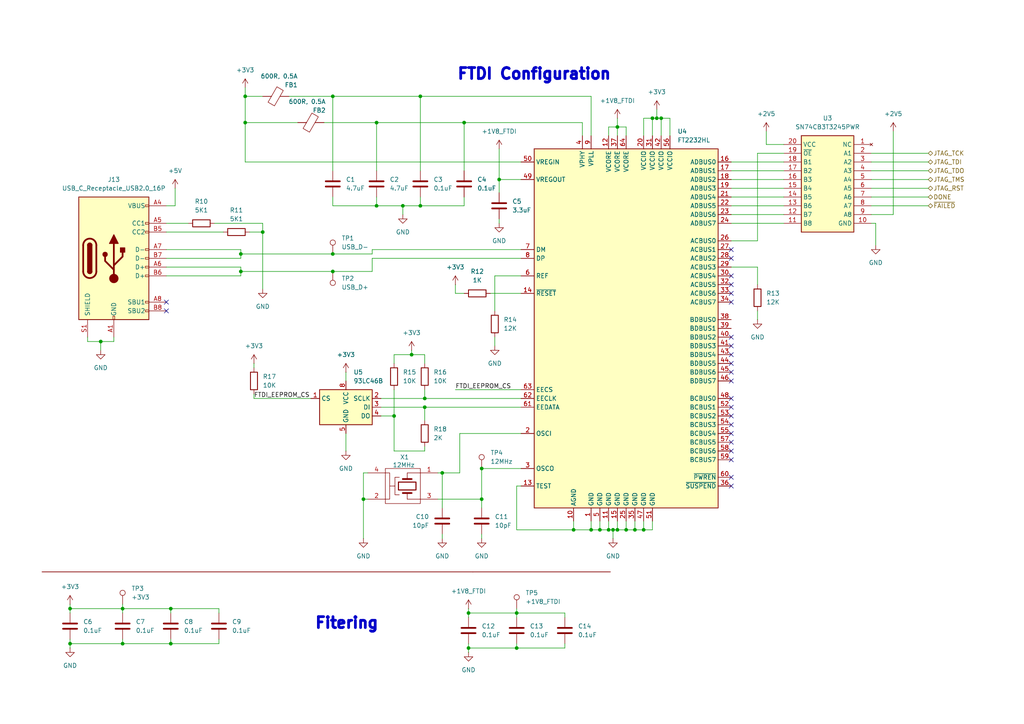
<source format=kicad_sch>
(kicad_sch (version 20231120) (generator "eeschema") (generator_version "8.0")
  (paper "A4")
  (title_block (title "SoM Programmer & Tester") (date "2024-12-20") (rev "0.1") (company "Technische Hochschule Köln") (comment 1 "Felix Sebastian Nitz"))
  (lib_symbols
    (symbol "Connector:TestPoint" (pin_numbers hide) (pin_names (offset 0.762) hide)
      (property "Reference" "TP" (at 0 6.858 0))
      (property "Value" "TestPoint" (at 0 5.08 0))
      (symbol "TestPoint_0_1"
        (circle (center 0 3.302) (radius 0.762))
      )
      (symbol "TestPoint_1_1"
        (pin passive line (at 0 0 90) (length 2.54) (name "1") (number "1"))
      )
    )
    (symbol "Connector:USB_C_Receptacle_USB2.0_16P" (pin_names (offset 1.016))
      (property "Reference" "J" (at 0 22.225 0))
      (property "Value" "USB_C_Receptacle_USB2.0_16P" (at 0 19.685 0))
      (symbol "USB_C_Receptacle_USB2.0_16P_0_0"
        (rectangle (start -0.254 -17.78) (end 0.254 -16.764))
        (rectangle (start 10.16 -14.986) (end 9.144 -15.494))
        (rectangle (start 10.16 -12.446) (end 9.144 -12.954))
        (rectangle (start 10.16 -4.826) (end 9.144 -5.334))
        (rectangle (start 10.16 -2.286) (end 9.144 -2.794))
        (rectangle (start 10.16 0.254) (end 9.144 -0.254))
        (rectangle (start 10.16 2.794) (end 9.144 2.286))
        (rectangle (start 10.16 7.874) (end 9.144 7.366))
        (rectangle (start 10.16 10.414) (end 9.144 9.906))
        (rectangle (start 10.16 15.494) (end 9.144 14.986))
      )
      (symbol "USB_C_Receptacle_USB2.0_16P_0_1"
        (rectangle (start -10.16 17.78) (end 10.16 -17.78) (stroke (width 0.254)) (fill (type background)))
        (arc (start -8.89 -3.81) (mid -6.985 -5.7067) (end -5.08 -3.81) (stroke (width 0.508)))
        (arc (start -7.62 -3.81) (mid -6.985 -4.4423) (end -6.35 -3.81) (stroke (width 0.254)))
        (arc (start -7.62 -3.81) (mid -6.985 -4.4423) (end -6.35 -3.81) (stroke (width 0.254)) (fill (type outline)))
        (rectangle (start -7.62 -3.81) (end -6.35 3.81) (stroke (width 0.254)) (fill (type outline)))
        (arc (start -6.35 3.81) (mid -6.985 4.4423) (end -7.62 3.81) (stroke (width 0.254)))
        (arc (start -6.35 3.81) (mid -6.985 4.4423) (end -7.62 3.81) (stroke (width 0.254)) (fill (type outline)))
        (arc (start -5.08 3.81) (mid -6.985 5.7067) (end -8.89 3.81) (stroke (width 0.508)))
        (circle (center -2.54 1.143) (radius 0.635) (stroke (width 0.254)) (fill (type outline)))
        (circle (center 0 -5.842) (radius 1.27) (fill (type outline)))
        (polyline (pts (xy -8.89 -3.81) (xy -8.89 3.81)) (stroke (width 0.508)))
        (polyline (pts (xy -5.08 3.81) (xy -5.08 -3.81)) (stroke (width 0.508)))
        (polyline (pts (xy 0 -5.842) (xy 0 4.318)) (stroke (width 0.508)))
        (polyline (pts (xy 0 -3.302) (xy -2.54 -0.762) (xy -2.54 0.508)) (stroke (width 0.508)))
        (polyline (pts (xy 0 -2.032) (xy 2.54 0.508) (xy 2.54 1.778)) (stroke (width 0.508)))
        (polyline (pts (xy -1.27 4.318) (xy 0 6.858) (xy 1.27 4.318) (xy -1.27 4.318)) (stroke (width 0.254)) (fill (type outline)))
        (rectangle (start 1.905 1.778) (end 3.175 3.048) (stroke (width 0.254)) (fill (type outline)))
      )
      (symbol "USB_C_Receptacle_USB2.0_16P_1_1"
        (pin passive line (at 0 -22.86 90) (length 5.08) (name "GND") (number "A1"))
        (pin passive line (at 0 -22.86 90) (length 5.08) hide (name "GND") (number "A12"))
        (pin passive line (at 15.24 15.24 180) (length 5.08) (name "VBUS") (number "A4"))
        (pin bidirectional line (at 15.24 10.16 180) (length 5.08) (name "CC1") (number "A5"))
        (pin bidirectional line (at 15.24 -2.54 180) (length 5.08) (name "D+") (number "A6"))
        (pin bidirectional line (at 15.24 2.54 180) (length 5.08) (name "D-") (number "A7"))
        (pin bidirectional line (at 15.24 -12.7 180) (length 5.08) (name "SBU1") (number "A8"))
        (pin passive line (at 15.24 15.24 180) (length 5.08) hide (name "VBUS") (number "A9"))
        (pin passive line (at 0 -22.86 90) (length 5.08) hide (name "GND") (number "B1"))
        (pin passive line (at 0 -22.86 90) (length 5.08) hide (name "GND") (number "B12"))
        (pin passive line (at 15.24 15.24 180) (length 5.08) hide (name "VBUS") (number "B4"))
        (pin bidirectional line (at 15.24 7.62 180) (length 5.08) (name "CC2") (number "B5"))
        (pin bidirectional line (at 15.24 -5.08 180) (length 5.08) (name "D+") (number "B6"))
        (pin bidirectional line (at 15.24 0 180) (length 5.08) (name "D-") (number "B7"))
        (pin bidirectional line (at 15.24 -15.24 180) (length 5.08) (name "SBU2") (number "B8"))
        (pin passive line (at 15.24 15.24 180) (length 5.08) hide (name "VBUS") (number "B9"))
        (pin passive line (at -7.62 -22.86 90) (length 5.08) (name "SHIELD") (number "S1"))
      )
    )
    (symbol "Device:C" (pin_numbers hide) (pin_names (offset 0.254))
      (property "Reference" "C" (at 0.635 2.54 0))
      (property "Value" "C" (at 0.635 -2.54 0))
      (symbol "C_0_1"
        (polyline (pts (xy -2.032 -0.762) (xy 2.032 -0.762)) (stroke (width 0.508)))
        (polyline (pts (xy -2.032 0.762) (xy 2.032 0.762)) (stroke (width 0.508)))
      )
      (symbol "C_1_1"
        (pin passive line (at 0 3.81 270) (length 2.794) (name "~") (number "1"))
        (pin passive line (at 0 -3.81 90) (length 2.794) (name "~") (number "2"))
      )
    )
    (symbol "Device:FerriteBead" (pin_numbers hide) (pin_names (offset 0))
      (property "Reference" "FB" (at -3.81 0.635 90))
      (property "Value" "FerriteBead" (at 3.81 0 90))
      (symbol "FerriteBead_0_1"
        (polyline (pts (xy 0 -1.27) (xy 0 -1.2192)))
        (polyline (pts (xy 0 1.27) (xy 0 1.2954)))
        (polyline (pts (xy -2.7686 0.4064) (xy -1.7018 2.2606) (xy 2.7686 -0.3048) (xy 1.6764 -2.159) (xy -2.7686 0.4064)))
      )
      (symbol "FerriteBead_1_1"
        (pin passive line (at 0 3.81 270) (length 2.54) (name "~") (number "1"))
        (pin passive line (at 0 -3.81 90) (length 2.54) (name "~") (number "2"))
      )
    )
    (symbol "Device:R" (pin_numbers hide) (pin_names (offset 0))
      (property "Reference" "R" (at 2.032 0 90))
      (property "Value" "R" (at 0 0 90))
      (symbol "R_0_1"
        (rectangle (start -1.016 -2.54) (end 1.016 2.54) (stroke (width 0.254)))
      )
      (symbol "R_1_1"
        (pin passive line (at 0 3.81 270) (length 1.27) (name "~") (number "1"))
        (pin passive line (at 0 -3.81 90) (length 1.27) (name "~") (number "2"))
      )
    )
    (symbol "Interface_USB:FT2232HL"
      (property "Reference" "U" (at -26.67 53.34 0))
      (property "Value" "FT2232HL" (at 19.05 53.34 0))
      (symbol "FT2232HL_0_1"
        (rectangle (start -26.67 -52.07) (end 26.67 52.07) (stroke (width 0.254)) (fill (type background)))
      )
      (symbol "FT2232HL_1_1"
        (pin power_in line (at -10.16 -55.88 90) (length 3.81) (name "GND") (number "1"))
        (pin power_in line (at -15.24 -55.88 90) (length 3.81) (name "AGND") (number "10"))
        (pin power_in line (at -5.08 -55.88 90) (length 3.81) (name "GND") (number "11"))
        (pin power_in line (at -5.08 55.88 270) (length 3.81) (name "VCORE") (number "12"))
        (pin input line (at -30.48 -45.72 0) (length 3.81) (name "TEST") (number "13"))
        (pin input line (at -30.48 10.16 0) (length 3.81) (name "~{RESET}") (number "14"))
        (pin power_in line (at -2.54 -55.88 90) (length 3.81) (name "GND") (number "15"))
        (pin bidirectional line (at 30.48 48.26 180) (length 3.81) (name "ADBUS0") (number "16"))
        (pin bidirectional line (at 30.48 45.72 180) (length 3.81) (name "ADBUS1") (number "17"))
        (pin bidirectional line (at 30.48 43.18 180) (length 3.81) (name "ADBUS2") (number "18"))
        (pin bidirectional line (at 30.48 40.64 180) (length 3.81) (name "ADBUS3") (number "19"))
        (pin input line (at -30.48 -30.48 0) (length 3.81) (name "OSCI") (number "2"))
        (pin power_in line (at 5.08 55.88 270) (length 3.81) (name "VCCIO") (number "20"))
        (pin bidirectional line (at 30.48 38.1 180) (length 3.81) (name "ADBUS4") (number "21"))
        (pin bidirectional line (at 30.48 35.56 180) (length 3.81) (name "ADBUS5") (number "22"))
        (pin bidirectional line (at 30.48 33.02 180) (length 3.81) (name "ADBUS6") (number "23"))
        (pin bidirectional line (at 30.48 30.48 180) (length 3.81) (name "ADBUS7") (number "24"))
        (pin power_in line (at 0 -55.88 90) (length 3.81) (name "GND") (number "25"))
        (pin bidirectional line (at 30.48 25.4 180) (length 3.81) (name "ACBUS0") (number "26"))
        (pin bidirectional line (at 30.48 22.86 180) (length 3.81) (name "ACBUS1") (number "27"))
        (pin bidirectional line (at 30.48 20.32 180) (length 3.81) (name "ACBUS2") (number "28"))
        (pin bidirectional line (at 30.48 17.78 180) (length 3.81) (name "ACBUS3") (number "29"))
        (pin output line (at -30.48 -40.64 0) (length 3.81) (name "OSCO") (number "3"))
        (pin bidirectional line (at 30.48 15.24 180) (length 3.81) (name "ACBUS4") (number "30"))
        (pin power_in line (at 7.62 55.88 270) (length 3.81) (name "VCCIO") (number "31"))
        (pin bidirectional line (at 30.48 12.7 180) (length 3.81) (name "ACBUS5") (number "32"))
        (pin bidirectional line (at 30.48 10.16 180) (length 3.81) (name "ACBUS6") (number "33"))
        (pin bidirectional line (at 30.48 7.62 180) (length 3.81) (name "ACBUS7") (number "34"))
        (pin power_in line (at 2.54 -55.88 90) (length 3.81) (name "GND") (number "35"))
        (pin output line (at 30.48 -45.72 180) (length 3.81) (name "~{SUSPEND}") (number "36"))
        (pin power_in line (at -2.54 55.88 270) (length 3.81) (name "VCORE") (number "37"))
        (pin bidirectional line (at 30.48 2.54 180) (length 3.81) (name "BDBUS0") (number "38"))
        (pin bidirectional line (at 30.48 0 180) (length 3.81) (name "BDBUS1") (number "39"))
        (pin power_in line (at -12.7 55.88 270) (length 3.81) (name "VPHY") (number "4"))
        (pin bidirectional line (at 30.48 -2.54 180) (length 3.81) (name "BDBUS2") (number "40"))
        (pin bidirectional line (at 30.48 -5.08 180) (length 3.81) (name "BDBUS3") (number "41"))
        (pin power_in line (at 10.16 55.88 270) (length 3.81) (name "VCCIO") (number "42"))
        (pin bidirectional line (at 30.48 -7.62 180) (length 3.81) (name "BDBUS4") (number "43"))
        (pin bidirectional line (at 30.48 -10.16 180) (length 3.81) (name "BDBUS5") (number "44"))
        (pin bidirectional line (at 30.48 -12.7 180) (length 3.81) (name "BDBUS6") (number "45"))
        (pin bidirectional line (at 30.48 -15.24 180) (length 3.81) (name "BDBUS7") (number "46"))
        (pin power_in line (at 5.08 -55.88 90) (length 3.81) (name "GND") (number "47"))
        (pin bidirectional line (at 30.48 -20.32 180) (length 3.81) (name "BCBUS0") (number "48"))
        (pin power_out line (at -30.48 43.18 0) (length 3.81) (name "VREGOUT") (number "49"))
        (pin power_in line (at -7.62 -55.88 90) (length 3.81) (name "GND") (number "5"))
        (pin power_in line (at -30.48 48.26 0) (length 3.81) (name "VREGIN") (number "50"))
        (pin power_in line (at 7.62 -55.88 90) (length 3.81) (name "GND") (number "51"))
        (pin bidirectional line (at 30.48 -22.86 180) (length 3.81) (name "BCBUS1") (number "52"))
        (pin bidirectional line (at 30.48 -25.4 180) (length 3.81) (name "BCBUS2") (number "53"))
        (pin bidirectional line (at 30.48 -27.94 180) (length 3.81) (name "BCBUS3") (number "54"))
        (pin bidirectional line (at 30.48 -30.48 180) (length 3.81) (name "BCBUS4") (number "55"))
        (pin power_in line (at 12.7 55.88 270) (length 3.81) (name "VCCIO") (number "56"))
        (pin bidirectional line (at 30.48 -33.02 180) (length 3.81) (name "BCBUS5") (number "57"))
        (pin bidirectional line (at 30.48 -35.56 180) (length 3.81) (name "BCBUS6") (number "58"))
        (pin bidirectional line (at 30.48 -38.1 180) (length 3.81) (name "BCBUS7") (number "59"))
        (pin output line (at -30.48 15.24 0) (length 3.81) (name "REF") (number "6"))
        (pin output line (at 30.48 -43.18 180) (length 3.81) (name "~{PWREN}") (number "60"))
        (pin bidirectional line (at -30.48 -22.86 0) (length 3.81) (name "EEDATA") (number "61"))
        (pin output line (at -30.48 -20.32 0) (length 3.81) (name "EECLK") (number "62"))
        (pin output line (at -30.48 -17.78 0) (length 3.81) (name "EECS") (number "63"))
        (pin power_in line (at 0 55.88 270) (length 3.81) (name "VCORE") (number "64"))
        (pin bidirectional line (at -30.48 22.86 0) (length 3.81) (name "DM") (number "7"))
        (pin bidirectional line (at -30.48 20.32 0) (length 3.81) (name "DP") (number "8"))
        (pin input line (at -10.16 55.88 270) (length 3.81) (name "VPLL") (number "9"))
      )
    )
    (symbol "Memory_EEPROM:93LCxxB"
      (property "Reference" "U" (at -7.62 6.35 0))
      (property "Value" "93LCxxB" (at 2.54 -6.35 0))
      (symbol "93LCxxB_1_1"
        (rectangle (start -7.62 5.08) (end 7.62 -5.08) (stroke (width 0.254)) (fill (type background)))
        (pin input line (at -10.16 2.54 0) (length 2.54) (name "CS") (number "1"))
        (pin input line (at 10.16 2.54 180) (length 2.54) (name "SCLK") (number "2"))
        (pin input line (at 10.16 0 180) (length 2.54) (name "DI") (number "3"))
        (pin tri_state line (at 10.16 -2.54 180) (length 2.54) (name "DO") (number "4"))
        (pin power_in line (at 0 -7.62 90) (length 2.54) (name "GND") (number "5"))
        (pin no_connect line (at -7.62 0 0) (length 2.54) hide (name "NC") (number "6"))
        (pin no_connect line (at -7.62 -2.54 0) (length 2.54) hide (name "NC") (number "7"))
        (pin power_in line (at 0 7.62 270) (length 2.54) (name "VCC") (number "8"))
      )
    )
    (symbol "ccsom_lib:Crystal_4Pin" (pin_names (offset 0.254))
      (property "Reference" "X" (at 0.762 4.572 0))
      (property "Value" "Crystal_4Pin" (at 6.858 2.286 0))
      (symbol "Crystal_4Pin_0_1"
        (polyline (pts (xy 2.54 -5.08) (xy 2.7914 -5.0784)))
        (polyline (pts (xy 6.35 -7.62) (xy 6.35 -7.112)))
        (polyline (pts (xy 6.35 -3.048) (xy 6.35 -2.54)))
        (polyline (pts (xy 6.35 -2.54) (xy 6.35 -1.27)))
        (polyline (pts (xy 7.62 -7.112) (xy 5.08 -7.112)) (stroke (width 0.508)))
        (polyline (pts (xy 7.62 -3.048) (xy 5.08 -3.048)) (stroke (width 0.508)))
        (polyline (pts (xy 10.16 -1.27) (xy 6.35 -1.27)))
        (polyline (pts (xy 1.27 -5.08) (xy 1.27 -8.89) (xy 0 -8.89)))
        (polyline (pts (xy 10.16 -8.89) (xy 6.35 -8.89) (xy 6.35 -7.62)))
        (polyline (pts (xy 4.064 -7.62) (xy 2.794 -7.62) (xy 2.794 -2.54) (xy 4.064 -2.54)))
        (polyline (pts (xy 0 -1.27) (xy 1.27 -1.27) (xy 1.27 -5.08) (xy 2.54 -5.08) (xy 1.27 -5.08)))
        (rectangle (start 0 0) (end 10.16 -10.16))
        (rectangle (start 3.81 -6.223) (end 8.89 -3.937) (stroke (width 0.3048)))
      )
      (symbol "Crystal_4Pin_1_1"
        (pin passive line (at 15.24 -8.89 180) (length 5.08) (name "") (number "1"))
        (pin passive line (at -5.08 -1.27 0) (length 5.08) (name "") (number "2"))
        (pin passive line (at 15.24 -1.27 180) (length 5.08) (name "") (number "3"))
        (pin passive line (at -5.08 -8.89 0) (length 5.08) (name "") (number "4"))
      )
    )
    (symbol "ccsom_lib:SN74CB3T3245PWR"
      (property "Reference" "U" (at 21.59 7.62 0))
      (property "Value" "SN74CB3T3245PWR" (at 21.59 5.08 0))
      (symbol "SN74CB3T3245PWR_1_1"
        (rectangle (start 5.08 2.54) (end 20.32 -25.4) (stroke (width 0.254)) (fill (type background)))
        (pin no_connect line (at 0 0 0) (length 5.08) (name "NC") (number "1"))
        (pin passive line (at 0 -22.86 0) (length 5.08) (name "GND") (number "10"))
        (pin passive line (at 25.4 -22.86 180) (length 5.08) (name "B8") (number "11"))
        (pin passive line (at 25.4 -20.32 180) (length 5.08) (name "B7") (number "12"))
        (pin passive line (at 25.4 -17.78 180) (length 5.08) (name "B6") (number "13"))
        (pin passive line (at 25.4 -15.24 180) (length 5.08) (name "B5") (number "14"))
        (pin passive line (at 25.4 -12.7 180) (length 5.08) (name "B4") (number "15"))
        (pin passive line (at 25.4 -10.16 180) (length 5.08) (name "B3") (number "16"))
        (pin passive line (at 25.4 -7.62 180) (length 5.08) (name "B2") (number "17"))
        (pin passive line (at 25.4 -5.08 180) (length 5.08) (name "B1") (number "18"))
        (pin passive line (at 25.4 -2.54 180) (length 5.08) (name "~{OE}") (number "19"))
        (pin passive line (at 0 -2.54 0) (length 5.08) (name "A1") (number "2"))
        (pin passive line (at 25.4 0 180) (length 5.08) (name "VCC") (number "20"))
        (pin passive line (at 0 -5.08 0) (length 5.08) (name "A2") (number "3"))
        (pin passive line (at 0 -7.62 0) (length 5.08) (name "A3") (number "4"))
        (pin passive line (at 0 -10.16 0) (length 5.08) (name "A4") (number "5"))
        (pin passive line (at 0 -12.7 0) (length 5.08) (name "A5") (number "6"))
        (pin passive line (at 0 -15.24 0) (length 5.08) (name "A6") (number "7"))
        (pin passive line (at 0 -17.78 0) (length 5.08) (name "A7") (number "8"))
        (pin passive line (at 0 -20.32 0) (length 5.08) (name "A8") (number "9"))
      )
    )
    (symbol "power:+2V5" (power) (pin_numbers hide) (pin_names (offset 0) hide)
      (property "Value" "+2V5" (at 0 3.556 0))
      (symbol "+2V5_0_1"
        (polyline (pts (xy -0.762 1.27) (xy 0 2.54)))
        (polyline (pts (xy 0 0) (xy 0 2.54)))
        (polyline (pts (xy 0 2.54) (xy 0.762 1.27)))
      )
      (symbol "+2V5_1_1"
        (pin power_in line (at 0 0 90) (length 0) (name "~") (number "1"))
      )
    )
    (symbol "power:+5C" (power) (pin_numbers hide) (pin_names (offset 0) hide)
      (property "Value" "+5C" (at 0 3.556 0))
      (symbol "+5C_0_1"
        (polyline (pts (xy -0.762 1.27) (xy 0 2.54)))
        (polyline (pts (xy 0 0) (xy 0 2.54)))
        (polyline (pts (xy 0 2.54) (xy 0.762 1.27)))
      )
      (symbol "+5C_1_1"
        (pin power_in line (at 0 0 90) (length 0) (name "~") (number "1"))
      )
    )
    (symbol "power:GND" (power) (pin_numbers hide) (pin_names (offset 0) hide)
      (property "Value" "GND" (at 0 -3.81 0))
      (symbol "GND_0_1"
        (polyline (pts (xy 0 0) (xy 0 -1.27) (xy 1.27 -1.27) (xy 0 -2.54) (xy -1.27 -1.27) (xy 0 -1.27)))
      )
      (symbol "GND_1_1"
        (pin power_in line (at 0 0 270) (length 0) (name "~") (number "1"))
      )
    )
  )
  (junction (at 49.53 176.53))
  (junction (at 149.86 177.8))
  (junction (at 49.53 186.69))
  (junction (at 96.52 27.94))
  (junction (at 139.7 144.78))
  (junction (at 109.22 35.56))
  (junction (at 134.62 35.56))
  (junction (at 135.89 177.8))
  (junction (at 144.78 52.07))
  (junction (at 35.56 186.69))
  (junction (at 186.69 153.67))
  (junction (at 119.38 102.87))
  (junction (at 29.21 99.06))
  (junction (at 166.37 153.67))
  (junction (at 69.85 78.74))
  (junction (at 71.12 35.56))
  (junction (at 121.92 59.69))
  (junction (at 105.41 144.78))
  (junction (at 179.07 36.83))
  (junction (at 35.56 176.53))
  (junction (at 76.2 67.31))
  (junction (at 116.84 59.69))
  (junction (at 114.3 120.65))
  (junction (at 121.92 27.94))
  (junction (at 128.27 137.16))
  (junction (at 69.85 73.66))
  (junction (at 149.86 187.96))
  (junction (at 191.77 34.29))
  (junction (at 123.19 115.57))
  (junction (at 20.32 186.69))
  (junction (at 190.5 34.29))
  (junction (at 71.12 27.94))
  (junction (at 96.52 73.66))
  (junction (at 179.07 153.67))
  (junction (at 96.52 78.74))
  (junction (at 181.61 153.67))
  (junction (at 176.53 153.67))
  (junction (at 135.89 187.96))
  (junction (at 20.32 176.53))
  (junction (at 109.22 59.69))
  (junction (at 177.8 153.67))
  (junction (at 171.45 153.67))
  (junction (at 139.7 135.89))
  (junction (at 173.99 153.67))
  (junction (at 184.15 153.67))
  (junction (at 189.23 34.29))
  (junction (at 123.19 118.11))
  (no_connect (at 212.09 102.87))
  (no_connect (at 212.09 140.97))
  (no_connect (at 212.09 110.49))
  (no_connect (at 212.09 74.93))
  (no_connect (at 212.09 123.19))
  (no_connect (at 212.09 107.95))
  (no_connect (at 212.09 133.35))
  (no_connect (at 212.09 100.33))
  (no_connect (at 212.09 118.11))
  (no_connect (at 212.09 138.43))
  (no_connect (at 212.09 97.79))
  (no_connect (at 212.09 80.01))
  (no_connect (at 212.09 72.39))
  (no_connect (at 212.09 125.73))
  (no_connect (at 212.09 120.65))
  (no_connect (at 48.26 87.63))
  (no_connect (at 212.09 82.55))
  (no_connect (at 212.09 115.57))
  (no_connect (at 212.09 85.09))
  (no_connect (at 48.26 90.17))
  (no_connect (at 212.09 128.27))
  (no_connect (at 212.09 87.63))
  (no_connect (at 212.09 105.41))
  (no_connect (at 212.09 130.81))
  (wire (pts (xy 151.13 140.97) (xy 149.86 140.97)))
  (wire (pts (xy 171.45 27.94) (xy 171.45 39.37)))
  (wire (pts (xy 71.12 27.94) (xy 71.12 35.56)))
  (wire (pts (xy 149.86 187.96) (xy 163.83 187.96)))
  (wire (pts (xy 219.71 77.47) (xy 219.71 82.55)))
  (wire (pts (xy 186.69 34.29) (xy 186.69 39.37)))
  (wire (pts (xy 114.3 113.03) (xy 114.3 120.65)))
  (wire (pts (xy 100.33 125.73) (xy 100.33 130.81)))
  (wire (pts (xy 105.41 137.16) (xy 105.41 144.78)))
  (wire (pts (xy 252.73 62.23) (xy 259.08 62.23)))
  (wire (pts (xy 63.5 176.53) (xy 63.5 177.8)))
  (wire (pts (xy 181.61 36.83) (xy 181.61 39.37)))
  (wire (pts (xy 29.21 99.06) (xy 33.02 99.06)))
  (wire (pts (xy 189.23 153.67) (xy 189.23 151.13)))
  (polyline (pts (xy 137.16 165.862) (xy 177.038 165.862)) (stroke (width 0.2) (color 132 0 0 1)))
  (wire (pts (xy 252.73 52.07) (xy 269.24 52.07)))
  (wire (pts (xy 35.56 176.53) (xy 49.53 176.53)))
  (wire (pts (xy 212.09 57.15) (xy 227.33 57.15)))
  (wire (pts (xy 166.37 153.67) (xy 171.45 153.67)))
  (wire (pts (xy 114.3 130.81) (xy 123.19 130.81)))
  (wire (pts (xy 149.86 140.97) (xy 149.86 153.67)))
  (wire (pts (xy 123.19 115.57) (xy 151.13 115.57)))
  (wire (pts (xy 69.85 73.66) (xy 69.85 74.93)))
  (wire (pts (xy 143.51 97.79) (xy 143.51 100.33)))
  (wire (pts (xy 114.3 102.87) (xy 119.38 102.87)))
  (wire (pts (xy 151.13 46.99) (xy 71.12 46.99)))
  (wire (pts (xy 93.98 35.56) (xy 109.22 35.56)))
  (wire (pts (xy 20.32 186.69) (xy 20.32 187.96)))
  (wire (pts (xy 212.09 64.77) (xy 227.33 64.77)))
  (wire (pts (xy 114.3 105.41) (xy 114.3 102.87)))
  (wire (pts (xy 48.26 72.39) (xy 69.85 72.39)))
  (wire (pts (xy 119.38 101.6) (xy 119.38 102.87)))
  (wire (pts (xy 149.86 153.67) (xy 166.37 153.67)))
  (wire (pts (xy 166.37 151.13) (xy 166.37 153.67)))
  (wire (pts (xy 116.84 59.69) (xy 116.84 62.23)))
  (wire (pts (xy 73.66 105.41) (xy 73.66 106.68)))
  (wire (pts (xy 20.32 185.42) (xy 20.32 186.69)))
  (wire (pts (xy 76.2 67.31) (xy 72.39 67.31)))
  (wire (pts (xy 212.09 59.69) (xy 227.33 59.69)))
  (wire (pts (xy 176.53 36.83) (xy 179.07 36.83)))
  (wire (pts (xy 212.09 69.85) (xy 219.71 69.85)))
  (wire (pts (xy 123.19 113.03) (xy 123.19 115.57)))
  (wire (pts (xy 76.2 67.31) (xy 76.2 83.82)))
  (wire (pts (xy 135.89 177.8) (xy 149.86 177.8)))
  (wire (pts (xy 96.52 57.15) (xy 96.52 59.69)))
  (wire (pts (xy 123.19 118.11) (xy 123.19 121.92)))
  (wire (pts (xy 186.69 153.67) (xy 189.23 153.67)))
  (wire (pts (xy 144.78 43.18) (xy 144.78 52.07)))
  (wire (pts (xy 219.71 90.17) (xy 219.71 92.71)))
  (wire (pts (xy 139.7 135.89) (xy 139.7 144.78)))
  (wire (pts (xy 151.13 72.39) (xy 107.95 72.39)))
  (wire (pts (xy 252.73 46.99) (xy 269.24 46.99)))
  (wire (pts (xy 190.5 34.29) (xy 189.23 34.29)))
  (wire (pts (xy 49.53 176.53) (xy 63.5 176.53)))
  (wire (pts (xy 179.07 36.83) (xy 181.61 36.83)))
  (wire (pts (xy 20.32 177.8) (xy 20.32 176.53)))
  (wire (pts (xy 49.53 185.42) (xy 49.53 186.69)))
  (wire (pts (xy 222.25 38.1) (xy 222.25 41.91)))
  (wire (pts (xy 191.77 34.29) (xy 190.5 34.29)))
  (wire (pts (xy 176.53 39.37) (xy 176.53 36.83)))
  (wire (pts (xy 144.78 52.07) (xy 144.78 55.88)))
  (wire (pts (xy 96.52 27.94) (xy 96.52 49.53)))
  (wire (pts (xy 135.89 186.69) (xy 135.89 187.96)))
  (wire (pts (xy 109.22 35.56) (xy 134.62 35.56)))
  (wire (pts (xy 259.08 38.1) (xy 259.08 62.23)))
  (wire (pts (xy 212.09 49.53) (xy 227.33 49.53)))
  (wire (pts (xy 107.95 73.66) (xy 96.52 73.66)))
  (wire (pts (xy 133.35 125.73) (xy 151.13 125.73)))
  (wire (pts (xy 184.15 151.13) (xy 184.15 153.67)))
  (wire (pts (xy 252.73 49.53) (xy 269.24 49.53)))
  (wire (pts (xy 163.83 187.96) (xy 163.83 186.69)))
  (wire (pts (xy 121.92 59.69) (xy 134.62 59.69)))
  (wire (pts (xy 212.09 62.23) (xy 227.33 62.23)))
  (wire (pts (xy 25.4 97.79) (xy 25.4 99.06)))
  (wire (pts (xy 73.66 115.57) (xy 90.17 115.57)))
  (wire (pts (xy 109.22 35.56) (xy 109.22 49.53)))
  (wire (pts (xy 149.86 177.8) (xy 163.83 177.8)))
  (wire (pts (xy 96.52 59.69) (xy 109.22 59.69)))
  (wire (pts (xy 189.23 34.29) (xy 189.23 39.37)))
  (wire (pts (xy 109.22 59.69) (xy 116.84 59.69)))
  (wire (pts (xy 76.2 64.77) (xy 76.2 67.31)))
  (wire (pts (xy 135.89 179.07) (xy 135.89 177.8)))
  (wire (pts (xy 76.2 64.77) (xy 62.23 64.77)))
  (wire (pts (xy 254 64.77) (xy 252.73 64.77)))
  (wire (pts (xy 83.82 27.94) (xy 96.52 27.94)))
  (wire (pts (xy 50.8 59.69) (xy 50.8 54.61)))
  (wire (pts (xy 144.78 52.07) (xy 151.13 52.07)))
  (wire (pts (xy 189.23 34.29) (xy 186.69 34.29)))
  (wire (pts (xy 171.45 153.67) (xy 173.99 153.67)))
  (wire (pts (xy 176.53 151.13) (xy 176.53 153.67)))
  (wire (pts (xy 184.15 153.67) (xy 186.69 153.67)))
  (wire (pts (xy 116.84 59.69) (xy 121.92 59.69)))
  (wire (pts (xy 71.12 25.4) (xy 71.12 27.94)))
  (wire (pts (xy 20.32 175.26) (xy 20.32 176.53)))
  (wire (pts (xy 20.32 176.53) (xy 35.56 176.53)))
  (wire (pts (xy 132.08 113.03) (xy 151.13 113.03)))
  (wire (pts (xy 133.35 125.73) (xy 133.35 137.16)))
  (wire (pts (xy 149.86 177.8) (xy 149.86 179.07)))
  (wire (pts (xy 69.85 78.74) (xy 69.85 80.01)))
  (wire (pts (xy 135.89 187.96) (xy 149.86 187.96)))
  (wire (pts (xy 107.95 74.93) (xy 151.13 74.93)))
  (wire (pts (xy 144.78 63.5) (xy 144.78 64.77)))
  (wire (pts (xy 171.45 151.13) (xy 171.45 153.67)))
  (wire (pts (xy 227.33 41.91) (xy 222.25 41.91)))
  (wire (pts (xy 128.27 137.16) (xy 128.27 147.32)))
  (wire (pts (xy 123.19 118.11) (xy 151.13 118.11)))
  (wire (pts (xy 194.31 34.29) (xy 191.77 34.29)))
  (wire (pts (xy 106.68 137.16) (xy 105.41 137.16)))
  (wire (pts (xy 35.56 176.53) (xy 35.56 177.8)))
  (wire (pts (xy 132.08 82.55) (xy 132.08 85.09)))
  (wire (pts (xy 219.71 69.85) (xy 219.71 44.45)))
  (wire (pts (xy 48.26 59.69) (xy 50.8 59.69)))
  (wire (pts (xy 134.62 85.09) (xy 132.08 85.09)))
  (wire (pts (xy 110.49 115.57) (xy 123.19 115.57)))
  (wire (pts (xy 107.95 73.66) (xy 107.95 72.39)))
  (wire (pts (xy 143.51 90.17) (xy 143.51 80.01)))
  (wire (pts (xy 139.7 147.32) (xy 139.7 144.78)))
  (wire (pts (xy 105.41 144.78) (xy 106.68 144.78)))
  (wire (pts (xy 100.33 107.95) (xy 100.33 110.49)))
  (wire (pts (xy 127 144.78) (xy 139.7 144.78)))
  (wire (pts (xy 123.19 130.81) (xy 123.19 129.54)))
  (wire (pts (xy 254 71.12) (xy 254 64.77)))
  (wire (pts (xy 114.3 120.65) (xy 110.49 120.65)))
  (wire (pts (xy 177.8 153.67) (xy 179.07 153.67)))
  (wire (pts (xy 107.95 78.74) (xy 107.95 74.93)))
  (wire (pts (xy 69.85 77.47) (xy 69.85 78.74)))
  (wire (pts (xy 96.52 27.94) (xy 121.92 27.94)))
  (wire (pts (xy 110.49 118.11) (xy 123.19 118.11)))
  (wire (pts (xy 149.86 176.53) (xy 149.86 177.8)))
  (wire (pts (xy 219.71 44.45) (xy 227.33 44.45)))
  (wire (pts (xy 48.26 80.01) (xy 69.85 80.01)))
  (wire (pts (xy 177.8 153.67) (xy 177.8 156.21)))
  (wire (pts (xy 173.99 151.13) (xy 173.99 153.67)))
  (wire (pts (xy 181.61 151.13) (xy 181.61 153.67)))
  (wire (pts (xy 119.38 102.87) (xy 123.19 102.87)))
  (wire (pts (xy 121.92 57.15) (xy 121.92 59.69)))
  (wire (pts (xy 121.92 27.94) (xy 121.92 49.53)))
  (wire (pts (xy 190.5 34.29) (xy 190.5 31.75)))
  (wire (pts (xy 69.85 78.74) (xy 96.52 78.74)))
  (wire (pts (xy 128.27 156.21) (xy 128.27 154.94)))
  (wire (pts (xy 109.22 57.15) (xy 109.22 59.69)))
  (wire (pts (xy 163.83 177.8) (xy 163.83 179.07)))
  (wire (pts (xy 121.92 27.94) (xy 171.45 27.94)))
  (wire (pts (xy 143.51 80.01) (xy 151.13 80.01)))
  (wire (pts (xy 186.69 151.13) (xy 186.69 153.67)))
  (wire (pts (xy 179.07 36.83) (xy 179.07 39.37)))
  (wire (pts (xy 149.86 186.69) (xy 149.86 187.96)))
  (wire (pts (xy 191.77 34.29) (xy 191.77 39.37)))
  (wire (pts (xy 63.5 186.69) (xy 63.5 185.42)))
  (wire (pts (xy 252.73 54.61) (xy 269.24 54.61)))
  (wire (pts (xy 96.52 73.66) (xy 69.85 73.66)))
  (wire (pts (xy 69.85 72.39) (xy 69.85 73.66)))
  (wire (pts (xy 71.12 27.94) (xy 76.2 27.94)))
  (wire (pts (xy 134.62 59.69) (xy 134.62 57.15)))
  (wire (pts (xy 212.09 52.07) (xy 227.33 52.07)))
  (wire (pts (xy 179.07 151.13) (xy 179.07 153.67)))
  (wire (pts (xy 134.62 35.56) (xy 134.62 49.53)))
  (wire (pts (xy 123.19 102.87) (xy 123.19 105.41)))
  (wire (pts (xy 135.89 187.96) (xy 135.89 189.23)))
  (wire (pts (xy 212.09 46.99) (xy 227.33 46.99)))
  (wire (pts (xy 151.13 135.89) (xy 139.7 135.89)))
  (wire (pts (xy 48.26 64.77) (xy 54.61 64.77)))
  (wire (pts (xy 29.21 101.6) (xy 29.21 99.06)))
  (wire (pts (xy 252.73 59.69) (xy 269.24 59.69)))
  (wire (pts (xy 71.12 35.56) (xy 86.36 35.56)))
  (wire (pts (xy 212.09 54.61) (xy 227.33 54.61)))
  (wire (pts (xy 179.07 153.67) (xy 181.61 153.67)))
  (wire (pts (xy 33.02 99.06) (xy 33.02 97.79)))
  (wire (pts (xy 25.4 99.06) (xy 29.21 99.06)))
  (wire (pts (xy 35.56 186.69) (xy 49.53 186.69)))
  (wire (pts (xy 48.26 77.47) (xy 69.85 77.47)))
  (wire (pts (xy 96.52 78.74) (xy 107.95 78.74)))
  (wire (pts (xy 168.91 35.56) (xy 168.91 39.37)))
  (wire (pts (xy 35.56 175.26) (xy 35.56 176.53)))
  (wire (pts (xy 181.61 153.67) (xy 184.15 153.67)))
  (wire (pts (xy 35.56 185.42) (xy 35.56 186.69)))
  (wire (pts (xy 49.53 186.69) (xy 63.5 186.69)))
  (wire (pts (xy 194.31 39.37) (xy 194.31 34.29)))
  (wire (pts (xy 48.26 74.93) (xy 69.85 74.93)))
  (wire (pts (xy 105.41 144.78) (xy 105.41 156.21)))
  (wire (pts (xy 176.53 153.67) (xy 177.8 153.67)))
  (wire (pts (xy 48.26 67.31) (xy 64.77 67.31)))
  (wire (pts (xy 252.73 57.15) (xy 269.24 57.15)))
  (wire (pts (xy 139.7 154.94) (xy 139.7 156.21)))
  (wire (pts (xy 127 137.16) (xy 128.27 137.16)))
  (wire (pts (xy 49.53 176.53) (xy 49.53 177.8)))
  (wire (pts (xy 128.27 137.16) (xy 133.35 137.16)))
  (polyline (pts (xy 12.192 165.862) (xy 137.16 165.862)) (stroke (width 0.2) (color 132 0 0 1)))
  (wire (pts (xy 73.66 114.3) (xy 73.66 115.57)))
  (wire (pts (xy 173.99 153.67) (xy 176.53 153.67)))
  (wire (pts (xy 142.24 85.09) (xy 151.13 85.09)))
  (wire (pts (xy 114.3 120.65) (xy 114.3 130.81)))
  (wire (pts (xy 252.73 44.45) (xy 269.24 44.45)))
  (wire (pts (xy 212.09 77.47) (xy 219.71 77.47)))
  (wire (pts (xy 134.62 35.56) (xy 168.91 35.56)))
  (wire (pts (xy 135.89 176.53) (xy 135.89 177.8)))
  (wire (pts (xy 179.07 34.29) (xy 179.07 36.83)))
  (wire (pts (xy 20.32 186.69) (xy 35.56 186.69)))
  (wire (pts (xy 71.12 46.99) (xy 71.12 35.56)))
  (text "Fitering" (at 100.584 180.848 0) (effects (font (size 3.175 3.175) (thickness 1.27) (bold yes))))
  (text "FTDI Configuration" (at 154.94 21.59 0) (effects (font (size 3.175 3.175) (thickness 1.27) (bold yes))))
  (label "FTDI_EEPROM_CS" (at 132.08 113.03 0))
  (label "FTDI_EEPROM_CS" (at 73.66 115.57 0))
  (hierarchical_label "JTAG_RST" (shape bidirectional) (at 269.24 54.61 0))
  (hierarchical_label "JTAG_TMS" (shape bidirectional) (at 269.24 52.07 0))
  (hierarchical_label "JTAG_TDO" (shape bidirectional) (at 269.24 49.53 0))
  (hierarchical_label "JTAG_TCK" (shape bidirectional) (at 269.24 44.45 0))
  (hierarchical_label "~{FAILED}" (shape bidirectional) (at 269.24 59.69 0))
  (hierarchical_label "DONE" (shape bidirectional) (at 269.24 57.15 0))
  (hierarchical_label "JTAG_TDI" (shape bidirectional) (at 269.24 46.99 0))
  (symbol (lib_id "Device:R") (at 219.71 86.36 0) (unit 1)
    (property "Reference" "R13" (at 222.25 85.0899 0) (effects (justify left)))
    (property "Value" "12K" (at 222.25 87.6299 0) (effects (justify left)))
    (property "Footprint" "Resistor_SMD:R_0603_1608Metric" (effects (hide yes)))
    (property "Description" "Resistor" (effects (hide yes)))
    (property "Mouser Part Number" "71-CRCW0603-12K-E3" (effects (hide yes)))
  )
  (symbol (lib_id "Device:C") (at 63.5 181.61 0) (unit 1)
    (property "Reference" "C9" (at 67.31 180.3399 0) (effects (justify left)))
    (property "Value" "0.1uF" (at 67.31 182.8799 0) (effects (justify left)))
    (property "Footprint" "Capacitor_SMD:C_0603_1608Metric" (effects (hide yes)))
    (property "Description" "Unpolarized capacitor" (effects (hide yes)))
    (property "Mouser Part Number" "80-C0603C104M4R7411" (effects (hide yes)))
  )
  (symbol (lib_id "Device:C") (at 135.89 182.88 0) (unit 1)
    (property "Reference" "C12" (at 139.7 181.6099 0) (effects (justify left)))
    (property "Value" "0.1uF" (at 139.7 184.1499 0) (effects (justify left)))
    (property "Footprint" "Capacitor_SMD:C_0603_1608Metric" (effects (hide yes)))
    (property "Description" "Unpolarized capacitor" (effects (hide yes)))
    (property "Mouser Part Number" "80-C0603C104M4R7411" (effects (hide yes)))
  )
  (symbol (lib_id "power:+2V5") (at 259.08 38.1 0) (unit 1)
    (property "Reference" "#PWR0166" (effects (hide yes)))
    (property "Value" "+2V5" (at 259.08 33.02 0))
    (property "Description" "Power symbol creates a global label with name \"+2V5\"" (effects (hide yes)))
  )
  (symbol (lib_id "power:GND") (at 139.7 156.21 0) (unit 1)
    (property "Reference" "#PWR0184" (effects (hide yes)))
    (property "Value" "GND" (at 139.7 161.29 0))
    (property "Description" "Power symbol creates a global label with name \"GND\" , ground" (effects (hide yes)))
  )
  (symbol (lib_id "Connector:TestPoint") (at 96.52 73.66 0) (unit 1) (in_bom no)
    (property "Reference" "TP1" (at 99.06 69.0879 0) (effects (justify left)))
    (property "Value" "USB_D-" (at 99.06 71.6279 0) (effects (justify left)))
    (property "Footprint" "TestPoint:TestPoint_Pad_D1.5mm" (effects (hide yes)))
    (property "Description" "test point" (effects (hide yes)))
  )
  (symbol (lib_id "Connector:TestPoint") (at 139.7 135.89 0) (unit 1) (in_bom no)
    (property "Reference" "TP4" (at 142.24 131.3179 0) (effects (justify left)))
    (property "Value" "12MHz" (at 142.24 133.8579 0) (effects (justify left)))
    (property "Footprint" "TestPoint:TestPoint_Pad_D1.5mm" (effects (hide yes)))
    (property "Description" "test point" (effects (hide yes)))
  )
  (symbol (lib_id "Connector:USB_C_Receptacle_USB2.0_16P") (at 33.02 74.93 0) (unit 1)
    (property "Reference" "J13" (at 33.02 52.07 0))
    (property "Value" "USB_C_Receptacle_USB2.0_16P" (at 33.02 54.61 0))
    (property "Footprint" "Connector_USB:USB_C_Receptacle_GCT_USB4110" (effects (hide yes)))
    (property "Datasheet" "https://www.usb.org/sites/default/files/documents/usb_type-c.zip" (effects (hide yes)))
    (property "Description" "USB 2.0-only 16P Type-C Receptacle connector" (effects (hide yes)))
    (property "Mouser Part Number" "640-USB4110-GF-A" (effects (hide yes)))
  )
  (symbol (lib_id "Device:C") (at 128.27 151.13 0) (mirror y) (unit 1)
    (property "Reference" "C10" (at 124.46 149.8599 0) (effects (justify left)))
    (property "Value" "10pF" (at 124.46 152.3999 0) (effects (justify left)))
    (property "Footprint" "Capacitor_SMD:C_0603_1608Metric" (effects (hide yes)))
    (property "Description" "Unpolarized capacitor" (effects (hide yes)))
    (property "Mouser Part Number" "581-0603YA100JAT2A" (effects (hide yes)))
  )
  (symbol (lib_id "power:+2V5") (at 222.25 38.1 0) (mirror y) (unit 1)
    (property "Reference" "#PWR0165" (effects (hide yes)))
    (property "Value" "+2V5" (at 222.25 33.02 0))
    (property "Description" "Power symbol creates a global label with name \"+2V5\"" (effects (hide yes)))
  )
  (symbol (lib_id "power:GND") (at 105.41 156.21 0) (unit 1)
    (property "Reference" "#PWR0220" (effects (hide yes)))
    (property "Value" "GND" (at 105.41 161.29 0))
    (property "Description" "Power symbol creates a global label with name \"GND\" , ground" (effects (hide yes)))
  )
  (symbol (lib_id "power:GND") (at 29.21 101.6 0) (unit 1)
    (property "Reference" "#PWR0176" (effects (hide yes)))
    (property "Value" "GND" (at 29.21 106.68 0))
    (property "Description" "Power symbol creates a global label with name \"GND\" , ground" (effects (hide yes)))
  )
  (symbol (lib_id "Device:C") (at 163.83 182.88 0) (unit 1)
    (property "Reference" "C14" (at 167.64 181.6099 0) (effects (justify left)))
    (property "Value" "0.1uF" (at 167.64 184.1499 0) (effects (justify left)))
    (property "Footprint" "Capacitor_SMD:C_0603_1608Metric" (effects (hide yes)))
    (property "Description" "Unpolarized capacitor" (effects (hide yes)))
    (property "Mouser Part Number" "80-C0603C104M4R7411" (effects (hide yes)))
  )
  (symbol (lib_id "Connector:TestPoint") (at 96.52 78.74 180) (unit 1) (in_bom no)
    (property "Reference" "TP2" (at 99.06 80.7719 0) (effects (justify right)))
    (property "Value" "USB_D+" (at 99.06 83.3119 0) (effects (justify right)))
    (property "Footprint" "TestPoint:TestPoint_Pad_D1.5mm" (effects (hide yes)))
    (property "Description" "test point" (effects (hide yes)))
  )
  (symbol (lib_id "Device:C") (at 121.92 53.34 0) (unit 1)
    (property "Reference" "C3" (at 125.73 52.0699 0) (effects (justify left)))
    (property "Value" "0.1uF" (at 125.73 54.6099 0) (effects (justify left)))
    (property "Footprint" "Capacitor_SMD:C_0603_1608Metric" (effects (hide yes)))
    (property "Description" "Unpolarized capacitor" (effects (hide yes)))
    (property "Mouser Part Number" "80-C0603C104M4R7411" (effects (hide yes)))
  )
  (symbol (lib_id "power:+5C") (at 50.8 54.61 0) (unit 1)
    (property "Reference" "#PWR0168" (effects (hide yes)))
    (property "Value" "+5V" (at 50.8 49.53 0))
    (property "Description" "Power symbol creates a global label with name \"+5C\"" (effects (hide yes)))
  )
  (symbol (lib_id "Device:C") (at 35.56 181.61 0) (unit 1)
    (property "Reference" "C7" (at 39.37 180.3399 0) (effects (justify left)))
    (property "Value" "0.1uF" (at 39.37 182.8799 0) (effects (justify left)))
    (property "Footprint" "Capacitor_SMD:C_0603_1608Metric" (effects (hide yes)))
    (property "Description" "Unpolarized capacitor" (effects (hide yes)))
    (property "Mouser Part Number" "80-C0603C104M4R7411" (effects (hide yes)))
  )
  (symbol (lib_id "power:+5C") (at 100.33 107.95 0) (unit 1)
    (property "Reference" "#PWR0179" (effects (hide yes)))
    (property "Value" "+3V3" (at 100.33 102.87 0))
    (property "Description" "Power symbol creates a global label with name \"+5C\"" (effects (hide yes)))
  )
  (symbol (lib_id "Device:R") (at 73.66 110.49 0) (unit 1)
    (property "Reference" "R17" (at 76.2 109.2199 0) (effects (justify left)))
    (property "Value" "10K" (at 76.2 111.7599 0) (effects (justify left)))
    (property "Footprint" "Resistor_SMD:R_0603_1608Metric" (effects (hide yes)))
    (property "Description" "Resistor" (effects (hide yes)))
    (property "Mouser Part Number" "71-CRCW060310K0FKED" (effects (hide yes)))
  )
  (symbol (lib_id "Device:R") (at 58.42 64.77 90) (unit 1)
    (property "Reference" "R10" (at 58.42 58.42 90))
    (property "Value" "5K1" (at 58.42 60.96 90))
    (property "Footprint" "Resistor_SMD:R_0603_1608Metric" (effects (hide yes)))
    (property "Description" "Resistor" (effects (hide yes)))
    (property "Mouser Part Number" "71-RCS060356K0FKEA" (effects (hide yes)))
  )
  (symbol (lib_id "Device:C") (at 134.62 53.34 0) (unit 1)
    (property "Reference" "C4" (at 138.43 52.0699 0) (effects (justify left)))
    (property "Value" "0.1uF" (at 138.43 54.6099 0) (effects (justify left)))
    (property "Footprint" "Capacitor_SMD:C_0603_1608Metric" (effects (hide yes)))
    (property "Description" "Unpolarized capacitor" (effects (hide yes)))
    (property "Mouser Part Number" "80-C0603C104M4R7411" (effects (hide yes)))
  )
  (symbol (lib_id "Device:C") (at 149.86 182.88 0) (unit 1)
    (property "Reference" "C13" (at 153.67 181.6099 0) (effects (justify left)))
    (property "Value" "0.1uF" (at 153.67 184.1499 0) (effects (justify left)))
    (property "Footprint" "Capacitor_SMD:C_0603_1608Metric" (effects (hide yes)))
    (property "Description" "Unpolarized capacitor" (effects (hide yes)))
    (property "Mouser Part Number" "80-C0603C104M4R7411" (effects (hide yes)))
  )
  (symbol (lib_id "Device:R") (at 138.43 85.09 90) (unit 1)
    (property "Reference" "R12" (at 138.43 78.74 90))
    (property "Value" "1K" (at 138.43 81.28 90))
    (property "Footprint" "Resistor_SMD:R_0603_1608Metric" (effects (hide yes)))
    (property "Description" "Resistor" (effects (hide yes)))
    (property "Mouser Part Number" "71-CRCW0603-1.0K-E3" (effects (hide yes)))
  )
  (symbol (lib_id "Device:C") (at 144.78 59.69 0) (unit 1)
    (property "Reference" "C5" (at 148.59 58.4199 0) (effects (justify left)))
    (property "Value" "3.3uF" (at 148.59 60.9599 0) (effects (justify left)))
    (property "Footprint" "Capacitor_SMD:C_0603_1608Metric" (effects (hide yes)))
    (property "Description" "Unpolarized capacitor" (effects (hide yes)))
    (property "Mouser Part Number" "810-C1608X5R1C335KAC" (effects (hide yes)))
  )
  (symbol (lib_id "power:GND") (at 20.32 187.96 0) (unit 1)
    (property "Reference" "#PWR0182" (effects (hide yes)))
    (property "Value" "GND" (at 20.32 193.04 0))
    (property "Description" "Power symbol creates a global label with name \"GND\" , ground" (effects (hide yes)))
  )
  (symbol (lib_id "power:+5C") (at 144.78 43.18 0) (unit 1)
    (property "Reference" "#PWR0167" (effects (hide yes)))
    (property "Value" "+1V8_FTDI" (at 144.78 38.1 0))
    (property "Description" "Power symbol creates a global label with name \"+5C\"" (effects (hide yes)))
  )
  (symbol (lib_id "power:+5C") (at 119.38 101.6 0) (unit 1)
    (property "Reference" "#PWR0177" (effects (hide yes)))
    (property "Value" "+3V3" (at 119.38 96.52 0))
    (property "Description" "Power symbol creates a global label with name \"+5C\"" (effects (hide yes)))
  )
  (symbol (lib_id "power:GND") (at 143.51 100.33 0) (unit 1)
    (property "Reference" "#PWR0175" (effects (hide yes)))
    (property "Value" "GND" (at 143.51 105.41 0))
    (property "Description" "Power symbol creates a global label with name \"GND\" , ground" (effects (hide yes)))
  )
  (symbol (lib_id "power:+5C") (at 135.89 176.53 0) (unit 1)
    (property "Reference" "#PWR0186" (effects (hide yes)))
    (property "Value" "+1V8_FTDI" (at 135.89 171.45 0))
    (property "Description" "Power symbol creates a global label with name \"+5C\"" (effects (hide yes)))
  )
  (symbol (lib_id "power:+5C") (at 190.5 31.75 0) (unit 1)
    (property "Reference" "#PWR0163" (effects (hide yes)))
    (property "Value" "+3V3" (at 190.5 26.67 0))
    (property "Description" "Power symbol creates a global label with name \"+5C\"" (effects (hide yes)))
  )
  (symbol (lib_id "Device:FerriteBead") (at 90.17 35.56 90) (unit 1)
    (property "Reference" "FB2" (at 94.488 32.004 90) (effects (justify left)))
    (property "Value" "600R, 0.5A" (at 94.488 29.464 90) (effects (justify left)))
    (property "Footprint" "Inductor_SMD:L_0603_1608Metric" (effects (hide yes)))
    (property "Description" "Ferrite bead" (effects (hide yes)))
    (property "Mouser Part Number" "810-MMZ1608R601ATD25" (effects (hide yes)))
  )
  (symbol (lib_id "power:GND") (at 135.89 189.23 0) (unit 1)
    (property "Reference" "#PWR0187" (effects (hide yes)))
    (property "Value" "GND" (at 135.89 194.31 0))
    (property "Description" "Power symbol creates a global label with name \"GND\" , ground" (effects (hide yes)))
  )
  (symbol (lib_id "Device:R") (at 68.58 67.31 270) (unit 1)
    (property "Reference" "R11" (at 68.58 60.96 90))
    (property "Value" "5K1" (at 68.58 63.5 90))
    (property "Footprint" "Resistor_SMD:R_0603_1608Metric" (effects (hide yes)))
    (property "Description" "Resistor" (effects (hide yes)))
    (property "Mouser Part Number" "71-RCS060356K0FKEA" (effects (hide yes)))
  )
  (symbol (lib_id "power:+5C") (at 73.66 105.41 0) (unit 1)
    (property "Reference" "#PWR0178" (effects (hide yes)))
    (property "Value" "+3V3" (at 73.66 100.33 0))
    (property "Description" "Power symbol creates a global label with name \"+5C\"" (effects (hide yes)))
  )
  (symbol (lib_id "Device:C") (at 20.32 181.61 0) (unit 1)
    (property "Reference" "C6" (at 24.13 180.3399 0) (effects (justify left)))
    (property "Value" "0.1uF" (at 24.13 182.8799 0) (effects (justify left)))
    (property "Footprint" "Capacitor_SMD:C_0603_1608Metric" (effects (hide yes)))
    (property "Description" "Unpolarized capacitor" (effects (hide yes)))
    (property "Mouser Part Number" "80-C0603C104M4R7411" (effects (hide yes)))
  )
  (symbol (lib_id "Device:R") (at 114.3 109.22 0) (unit 1)
    (property "Reference" "R15" (at 116.84 107.9499 0) (effects (justify left)))
    (property "Value" "10K" (at 116.84 110.4899 0) (effects (justify left)))
    (property "Footprint" "Resistor_SMD:R_0603_1608Metric" (effects (hide yes)))
    (property "Description" "Resistor" (effects (hide yes)))
    (property "Mouser Part Number" "71-CRCW060310K0FKED" (effects (hide yes)))
  )
  (symbol (lib_id "Device:R") (at 123.19 125.73 0) (unit 1)
    (property "Reference" "R18" (at 125.73 124.4599 0) (effects (justify left)))
    (property "Value" "2K" (at 125.73 126.9999 0) (effects (justify left)))
    (property "Footprint" "Resistor_SMD:R_0603_1608Metric" (effects (hide yes)))
    (property "Description" "Resistor" (effects (hide yes)))
    (property "Mouser Part Number" "71-TNPW06032K00FHEA" (effects (hide yes)))
  )
  (symbol (lib_id "Memory_EEPROM:93LCxxB") (at 100.33 118.11 0) (unit 1)
    (property "Reference" "U5" (at 102.5241 107.95 0) (effects (justify left)))
    (property "Value" "93LC46B" (at 102.5241 110.49 0) (effects (justify left)))
    (property "Footprint" "Package_SO:TSSOP-8_4.4x3mm_P0.65mm" (effects (hide yes)))
    (property "Datasheet" "http://ww1.microchip.com/downloads/en/DeviceDoc/20001749K.pdf" (effects (hide yes)))
    (property "Description" "Serial EEPROM, 93 Series, 2.5V, DIP-8/SOIC-8" (effects (hide yes)))
    (property "Mouser Part Number" "579-93LC46BT-E/ST" (effects (hide yes)))
  )
  (symbol (lib_id "power:GND") (at 144.78 64.77 0) (unit 1)
    (property "Reference" "#PWR0170" (effects (hide yes)))
    (property "Value" "GND" (at 144.78 69.85 0))
    (property "Description" "Power symbol creates a global label with name \"GND\" , ground" (effects (hide yes)))
  )
  (symbol (lib_id "ccsom_lib:Crystal_4Pin") (at 111.76 146.05 0) (mirror x) (unit 1)
    (property "Reference" "X1" (at 117.348 132.588 0))
    (property "Value" "12MHz" (at 117.094 134.874 0))
    (property "Footprint" "Crystal:Crystal_SMD_Abracon_ABM3B-4Pin_5.0x3.2mm" (effects (hide yes)))
    (property "Description" "Four pin crystal, GND on pins 2 and 4" (effects (hide yes)))
    (property "Mouser Part Number" "815-ABM3B-12-T" (effects (hide yes)))
  )
  (symbol (lib_id "Connector:TestPoint") (at 149.86 176.53 0) (unit 1) (in_bom no)
    (property "Reference" "TP5" (at 152.4 171.9579 0) (effects (justify left)))
    (property "Value" "+1V8_FTDI" (at 152.4 174.4979 0) (effects (justify left)))
    (property "Footprint" "TestPoint:TestPoint_Pad_D1.5mm" (effects (hide yes)))
    (property "Description" "test point" (effects (hide yes)))
  )
  (symbol (lib_id "power:GND") (at 116.84 62.23 0) (unit 1)
    (property "Reference" "#PWR0169" (effects (hide yes)))
    (property "Value" "GND" (at 116.84 67.31 0))
    (property "Description" "Power symbol creates a global label with name \"GND\" , ground" (effects (hide yes)))
  )
  (symbol (lib_id "Device:C") (at 109.22 53.34 0) (unit 1)
    (property "Reference" "C2" (at 113.03 52.0699 0) (effects (justify left)))
    (property "Value" "4.7uF" (at 113.03 54.6099 0) (effects (justify left)))
    (property "Footprint" "Capacitor_SMD:C_0603_1608Metric" (effects (hide yes)))
    (property "Description" "Unpolarized capacitor" (effects (hide yes)))
    (property "Mouser Part Number" "963-MSASE168AB5475KT" (effects (hide yes)))
  )
  (symbol (lib_id "power:GND") (at 219.71 92.71 0) (unit 1)
    (property "Reference" "#PWR0174" (effects (hide yes)))
    (property "Value" "GND" (at 219.71 97.79 0))
    (property "Description" "Power symbol creates a global label with name \"GND\" , ground" (effects (hide yes)))
  )
  (symbol (lib_id "power:+5C") (at 71.12 25.4 0) (unit 1)
    (property "Reference" "#PWR0162" (effects (hide yes)))
    (property "Value" "+3V3" (at 71.12 20.32 0))
    (property "Description" "Power symbol creates a global label with name \"+5C\"" (effects (hide yes)))
  )
  (symbol (lib_id "power:+5C") (at 132.08 82.55 0) (unit 1)
    (property "Reference" "#PWR0172" (effects (hide yes)))
    (property "Value" "+3V3" (at 132.08 77.47 0))
    (property "Description" "Power symbol creates a global label with name \"+5C\"" (effects (hide yes)))
  )
  (symbol (lib_id "power:+5C") (at 20.32 175.26 0) (unit 1)
    (property "Reference" "#PWR0180" (effects (hide yes)))
    (property "Value" "+3V3" (at 20.32 170.18 0))
    (property "Description" "Power symbol creates a global label with name \"+5C\"" (effects (hide yes)))
  )
  (symbol (lib_id "Device:FerriteBead") (at 80.01 27.94 90) (unit 1)
    (property "Reference" "FB1" (at 86.36 24.638 90) (effects (justify left)))
    (property "Value" "600R, 0.5A" (at 86.36 22.098 90) (effects (justify left)))
    (property "Footprint" "Inductor_SMD:L_0603_1608Metric" (effects (hide yes)))
    (property "Description" "Ferrite bead" (effects (hide yes)))
    (property "Mouser Part Number" "810-MMZ1608R601ATD25" (effects (hide yes)))
  )
  (symbol (lib_id "ccsom_lib:SN74CB3T3245PWR") (at 252.73 41.91 0) (mirror y) (unit 1)
    (property "Reference" "U3" (at 240.03 34.29 0))
    (property "Value" "SN74CB3T3245PWR" (at 240.03 36.83 0))
    (property "Footprint" "Package_SO:TSSOP-20_4.4x6.5mm_P0.65mm" (effects (hide yes)))
    (property "Datasheet" "http://www.ti.com/lit/gpn/sn74cb3t3245" (effects (hide yes)))
    (property "Description" "8-Bit FET 2.5-V/3.3-V Low-Voltage Bus Switch With 5-V Tolerant Level Shifter" (effects (hide yes)))
    (property "Height" "1.2" (effects (hide yes)))
    (property "Mouser Part Number" "595-SN74CB3T3245PWR" (effects (hide yes)))
    (property "Mouser Price/Stock" "https://www.mouser.co.uk/ProductDetail/Texas-Instruments/SN74CB3T3245PWR?qs=mE33ZKBHyE5MM9RYTajKmw%3D%3D" (effects (hide yes)))
    (property "Manufacturer_Name" "Texas Instruments" (effects (hide yes)))
    (property "Manufacturer_Part_Number" "SN74CB3T3245PWR" (effects (hide yes)))
  )
  (symbol (lib_id "Connector:TestPoint") (at 35.56 175.26 0) (unit 1) (in_bom no)
    (property "Reference" "TP3" (at 38.1 170.6879 0) (effects (justify left)))
    (property "Value" "+3V3" (at 38.1 173.2279 0) (effects (justify left)))
    (property "Footprint" "TestPoint:TestPoint_Pad_D1.5mm" (effects (hide yes)))
    (property "Description" "test point" (effects (hide yes)))
  )
  (symbol (lib_id "power:+5C") (at 179.07 34.29 0) (unit 1)
    (property "Reference" "#PWR0164" (effects (hide yes)))
    (property "Value" "+1V8_FTDI" (at 179.07 29.21 0))
    (property "Description" "Power symbol creates a global label with name \"+5C\"" (effects (hide yes)))
  )
  (symbol (lib_id "Device:R") (at 123.19 109.22 0) (unit 1)
    (property "Reference" "R16" (at 125.73 107.9499 0) (effects (justify left)))
    (property "Value" "10K" (at 125.73 110.4899 0) (effects (justify left)))
    (property "Footprint" "Resistor_SMD:R_0603_1608Metric" (effects (hide yes)))
    (property "Description" "Resistor" (effects (hide yes)))
    (property "Mouser Part Number" "71-CRCW060310K0FKED" (effects (hide yes)))
  )
  (symbol (lib_id "power:GND") (at 177.8 156.21 0) (unit 1)
    (property "Reference" "#PWR0185" (effects (hide yes)))
    (property "Value" "GND" (at 177.8 161.29 0))
    (property "Description" "Power symbol creates a global label with name \"GND\" , ground" (effects (hide yes)))
  )
  (symbol (lib_id "power:GND") (at 76.2 83.82 0) (unit 1)
    (property "Reference" "#PWR0173" (effects (hide yes)))
    (property "Value" "GND" (at 76.2 88.9 0))
    (property "Description" "Power symbol creates a global label with name \"GND\" , ground" (effects (hide yes)))
  )
  (symbol (lib_id "power:GND") (at 254 71.12 0) (unit 1)
    (property "Reference" "#PWR0171" (effects (hide yes)))
    (property "Value" "GND" (at 254 76.2 0))
    (property "Description" "Power symbol creates a global label with name \"GND\" , ground" (effects (hide yes)))
  )
  (symbol (lib_id "Device:C") (at 96.52 53.34 0) (unit 1)
    (property "Reference" "C1" (at 100.33 52.0699 0) (effects (justify left)))
    (property "Value" "4.7uF" (at 100.33 54.6099 0) (effects (justify left)))
    (property "Footprint" "Capacitor_SMD:C_0603_1608Metric" (effects (hide yes)))
    (property "Description" "Unpolarized capacitor" (effects (hide yes)))
    (property "Mouser Part Number" "963-MSASE168AB5475KT" (effects (hide yes)))
  )
  (symbol (lib_id "power:GND") (at 100.33 130.81 0) (unit 1)
    (property "Reference" "#PWR0181" (effects (hide yes)))
    (property "Value" "GND" (at 100.33 135.89 0))
    (property "Description" "Power symbol creates a global label with name \"GND\" , ground" (effects (hide yes)))
  )
  (symbol (lib_id "Device:R") (at 143.51 93.98 0) (unit 1)
    (property "Reference" "R14" (at 146.05 92.7099 0) (effects (justify left)))
    (property "Value" "12K" (at 146.05 95.2499 0) (effects (justify left)))
    (property "Footprint" "Resistor_SMD:R_0603_1608Metric" (effects (hide yes)))
    (property "Description" "Resistor" (effects (hide yes)))
    (property "Mouser Part Number" "71-CRCW0603-12K-E3" (effects (hide yes)))
  )
  (symbol (lib_id "Device:C") (at 139.7 151.13 0) (unit 1)
    (property "Reference" "C11" (at 143.51 149.8599 0) (effects (justify left)))
    (property "Value" "10pF" (at 143.51 152.3999 0) (effects (justify left)))
    (property "Footprint" "Capacitor_SMD:C_0603_1608Metric" (effects (hide yes)))
    (property "Description" "Unpolarized capacitor" (effects (hide yes)))
    (property "Mouser Part Number" "581-0603YA100JAT2A" (effects (hide yes)))
  )
  (symbol (lib_id "Device:C") (at 49.53 181.61 0) (unit 1)
    (property "Reference" "C8" (at 53.34 180.3399 0) (effects (justify left)))
    (property "Value" "0.1uF" (at 53.34 182.8799 0) (effects (justify left)))
    (property "Footprint" "Capacitor_SMD:C_0603_1608Metric" (effects (hide yes)))
    (property "Description" "Unpolarized capacitor" (effects (hide yes)))
    (property "Mouser Part Number" "80-C0603C104M4R7411" (effects (hide yes)))
  )
  (symbol (lib_id "power:GND") (at 128.27 156.21 0) (unit 1)
    (property "Reference" "#PWR0183" (effects (hide yes)))
    (property "Value" "GND" (at 128.27 161.29 0))
    (property "Description" "Power symbol creates a global label with name \"GND\" , ground" (effects (hide yes)))
  )
  (symbol (lib_id "Interface_USB:FT2232HL") (at 181.61 95.25 0) (unit 1)
    (property "Reference" "U4" (at 196.5041 38.1 0) (effects (justify left)))
    (property "Value" "FT2232HL" (at 196.5041 40.64 0) (effects (justify left)))
    (property "Footprint" "Package_QFP:LQFP-64_10x10mm_P0.5mm" (effects (hide yes)))
    (property "Datasheet" "https://www.ftdichip.com/Support/Documents/DataSheets/ICs/DS_FT2232H.pdf" (effects (hide yes)))
    (property "Description" "Hi Speed Double Channel USB UART/FIFO, LQFP-64" (effects (hide yes)))
    (property "Mouser Part Number" "895-FT2232HL" (effects (hide yes)))
  )
)
</source>
